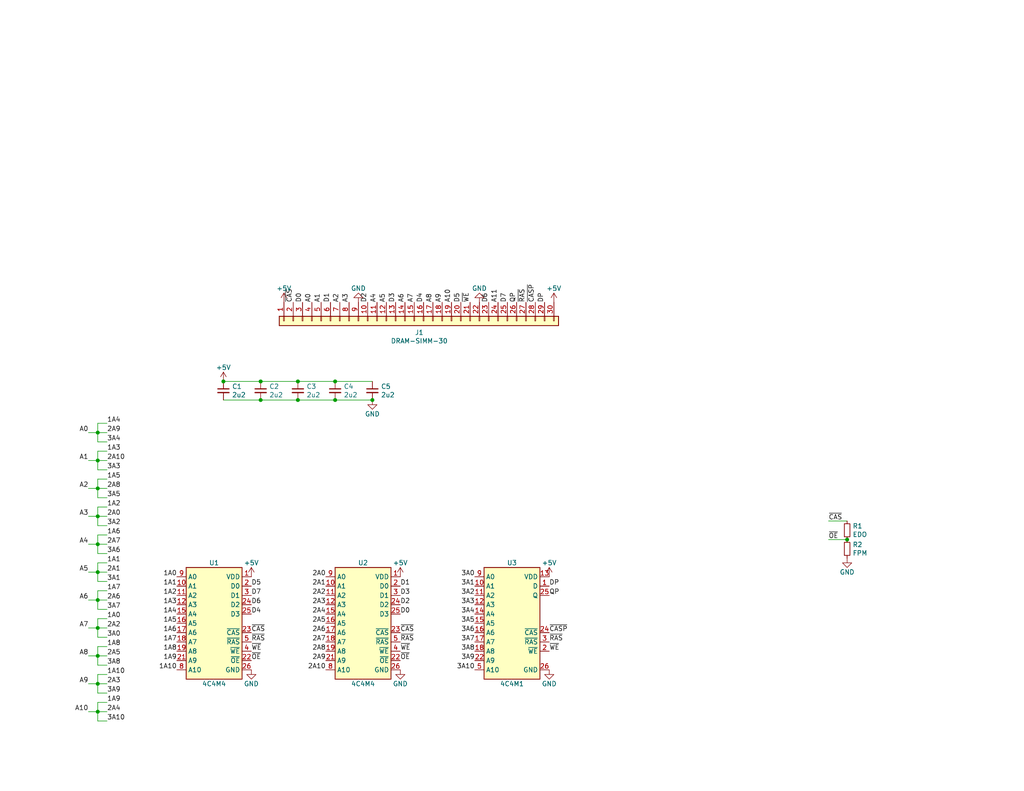
<source format=kicad_sch>
(kicad_sch (version 20211123) (generator eeschema)
  (paper "USLetter")
  (title_block (title "GW4191A") (date "2021-06-19") (rev "1.0") (company "Garrett's Workshop"))
  (lib_symbols
    (symbol "Connector_Generic:Conn_01x30" (pin_names (offset 1.016) hide)
      (property "Reference" "J" (at 0 38.1 0))
      (property "Value" "Conn_01x30" (at 0 -40.64 0))
      (symbol "Conn_01x30_1_1"
        (rectangle (start -1.27 -37.973) (end 0 -38.227) (stroke (width 0.1524)))
        (rectangle (start -1.27 -35.433) (end 0 -35.687) (stroke (width 0.1524)))
        (rectangle (start -1.27 -32.893) (end 0 -33.147) (stroke (width 0.1524)))
        (rectangle (start -1.27 -30.353) (end 0 -30.607) (stroke (width 0.1524)))
        (rectangle (start -1.27 -27.813) (end 0 -28.067) (stroke (width 0.1524)))
        (rectangle (start -1.27 -25.273) (end 0 -25.527) (stroke (width 0.1524)))
        (rectangle (start -1.27 -22.733) (end 0 -22.987) (stroke (width 0.1524)))
        (rectangle (start -1.27 -20.193) (end 0 -20.447) (stroke (width 0.1524)))
        (rectangle (start -1.27 -17.653) (end 0 -17.907) (stroke (width 0.1524)))
        (rectangle (start -1.27 -15.113) (end 0 -15.367) (stroke (width 0.1524)))
        (rectangle (start -1.27 -12.573) (end 0 -12.827) (stroke (width 0.1524)))
        (rectangle (start -1.27 -10.033) (end 0 -10.287) (stroke (width 0.1524)))
        (rectangle (start -1.27 -7.493) (end 0 -7.747) (stroke (width 0.1524)))
        (rectangle (start -1.27 -4.953) (end 0 -5.207) (stroke (width 0.1524)))
        (rectangle (start -1.27 -2.413) (end 0 -2.667) (stroke (width 0.1524)))
        (rectangle (start -1.27 0.127) (end 0 -0.127) (stroke (width 0.1524)))
        (rectangle (start -1.27 2.667) (end 0 2.413) (stroke (width 0.1524)))
        (rectangle (start -1.27 5.207) (end 0 4.953) (stroke (width 0.1524)))
        (rectangle (start -1.27 7.747) (end 0 7.493) (stroke (width 0.1524)))
        (rectangle (start -1.27 10.287) (end 0 10.033) (stroke (width 0.1524)))
        (rectangle (start -1.27 12.827) (end 0 12.573) (stroke (width 0.1524)))
        (rectangle (start -1.27 15.367) (end 0 15.113) (stroke (width 0.1524)))
        (rectangle (start -1.27 17.907) (end 0 17.653) (stroke (width 0.1524)))
        (rectangle (start -1.27 20.447) (end 0 20.193) (stroke (width 0.1524)))
        (rectangle (start -1.27 22.987) (end 0 22.733) (stroke (width 0.1524)))
        (rectangle (start -1.27 25.527) (end 0 25.273) (stroke (width 0.1524)))
        (rectangle (start -1.27 28.067) (end 0 27.813) (stroke (width 0.1524)))
        (rectangle (start -1.27 30.607) (end 0 30.353) (stroke (width 0.1524)))
        (rectangle (start -1.27 33.147) (end 0 32.893) (stroke (width 0.1524)))
        (rectangle (start -1.27 35.687) (end 0 35.433) (stroke (width 0.1524)))
        (rectangle (start -1.27 36.83) (end 1.27 -39.37) (stroke (width 0.254)) (fill (type background)))
        (pin passive line (at -5.08 35.56 0) (length 3.81) (name "Pin_1") (number "1"))
        (pin passive line (at -5.08 12.7 0) (length 3.81) (name "Pin_10") (number "10"))
        (pin passive line (at -5.08 10.16 0) (length 3.81) (name "Pin_11") (number "11"))
        (pin passive line (at -5.08 7.62 0) (length 3.81) (name "Pin_12") (number "12"))
        (pin passive line (at -5.08 5.08 0) (length 3.81) (name "Pin_13") (number "13"))
        (pin passive line (at -5.08 2.54 0) (length 3.81) (name "Pin_14") (number "14"))
        (pin passive line (at -5.08 0 0) (length 3.81) (name "Pin_15") (number "15"))
        (pin passive line (at -5.08 -2.54 0) (length 3.81) (name "Pin_16") (number "16"))
        (pin passive line (at -5.08 -5.08 0) (length 3.81) (name "Pin_17") (number "17"))
        (pin passive line (at -5.08 -7.62 0) (length 3.81) (name "Pin_18") (number "18"))
        (pin passive line (at -5.08 -10.16 0) (length 3.81) (name "Pin_19") (number "19"))
        (pin passive line (at -5.08 33.02 0) (length 3.81) (name "Pin_2") (number "2"))
        (pin passive line (at -5.08 -12.7 0) (length 3.81) (name "Pin_20") (number "20"))
        (pin passive line (at -5.08 -15.24 0) (length 3.81) (name "Pin_21") (number "21"))
        (pin passive line (at -5.08 -17.78 0) (length 3.81) (name "Pin_22") (number "22"))
        (pin passive line (at -5.08 -20.32 0) (length 3.81) (name "Pin_23") (number "23"))
        (pin passive line (at -5.08 -22.86 0) (length 3.81) (name "Pin_24") (number "24"))
        (pin passive line (at -5.08 -25.4 0) (length 3.81) (name "Pin_25") (number "25"))
        (pin passive line (at -5.08 -27.94 0) (length 3.81) (name "Pin_26") (number "26"))
        (pin passive line (at -5.08 -30.48 0) (length 3.81) (name "Pin_27") (number "27"))
        (pin passive line (at -5.08 -33.02 0) (length 3.81) (name "Pin_28") (number "28"))
        (pin passive line (at -5.08 -35.56 0) (length 3.81) (name "Pin_29") (number "29"))
        (pin passive line (at -5.08 30.48 0) (length 3.81) (name "Pin_3") (number "3"))
        (pin passive line (at -5.08 -38.1 0) (length 3.81) (name "Pin_30") (number "30"))
        (pin passive line (at -5.08 27.94 0) (length 3.81) (name "Pin_4") (number "4"))
        (pin passive line (at -5.08 25.4 0) (length 3.81) (name "Pin_5") (number "5"))
        (pin passive line (at -5.08 22.86 0) (length 3.81) (name "Pin_6") (number "6"))
        (pin passive line (at -5.08 20.32 0) (length 3.81) (name "Pin_7") (number "7"))
        (pin passive line (at -5.08 17.78 0) (length 3.81) (name "Pin_8") (number "8"))
        (pin passive line (at -5.08 15.24 0) (length 3.81) (name "Pin_9") (number "9"))
      )
    )
    (symbol "Device:C_Small" (pin_numbers hide) (pin_names (offset 0.254) hide)
      (property "Reference" "C" (at 0.254 1.778 0))
      (property "Value" "C_Small" (at 0.254 -2.032 0))
      (symbol "C_Small_0_1"
        (polyline (pts (xy -1.524 -0.508) (xy 1.524 -0.508)) (stroke (width 0.3302)))
        (polyline (pts (xy -1.524 0.508) (xy 1.524 0.508)) (stroke (width 0.3048)))
      )
      (symbol "C_Small_1_1"
        (pin passive line (at 0 2.54 270) (length 2.032) (name "~") (number "1"))
        (pin passive line (at 0 -2.54 90) (length 2.032) (name "~") (number "2"))
      )
    )
    (symbol "Device:R_Small" (pin_numbers hide) (pin_names (offset 0.254) hide)
      (property "Reference" "R" (at 0.762 0.508 0))
      (property "Value" "R_Small" (at 0.762 -1.016 0))
      (symbol "R_Small_0_1"
        (rectangle (start -0.762 1.778) (end 0.762 -1.778) (stroke (width 0.2032)))
      )
      (symbol "R_Small_1_1"
        (pin passive line (at 0 2.54 270) (length 0.762) (name "~") (number "1"))
        (pin passive line (at 0 -2.54 90) (length 0.762) (name "~") (number "2"))
      )
    )
    (symbol "GW_RAM:DRAM-4Mx1-SOP-20"
      (property "Reference" "U" (at 0 16.51 0))
      (property "Value" "DRAM-4Mx1-SOP-20" (at 0 0 90))
      (symbol "DRAM-4Mx1-SOP-20_0_1"
        (rectangle (start -7.62 15.24) (end 7.62 -15.24) (stroke (width 0.254)) (fill (type background)))
      )
      (symbol "DRAM-4Mx1-SOP-20_1_1"
        (pin input line (at 10.16 10.16 180) (length 2.54) (name "D") (number "1"))
        (pin input line (at -10.16 10.16 0) (length 2.54) (name "A1") (number "10"))
        (pin input line (at -10.16 7.62 0) (length 2.54) (name "A2") (number "11"))
        (pin input line (at -10.16 5.08 0) (length 2.54) (name "A3") (number "12"))
        (pin power_in line (at 10.16 12.7 180) (length 2.54) (name "VDD") (number "13"))
        (pin input line (at -10.16 2.54 0) (length 2.54) (name "A4") (number "14"))
        (pin input line (at -10.16 0 0) (length 2.54) (name "A5") (number "15"))
        (pin input line (at -10.16 -2.54 0) (length 2.54) (name "A6") (number "16"))
        (pin input line (at -10.16 -5.08 0) (length 2.54) (name "A7") (number "17"))
        (pin input line (at -10.16 -7.62 0) (length 2.54) (name "A8") (number "18"))
        (pin input line (at 10.16 -7.62 180) (length 2.54) (name "~{WE}") (number "2"))
        (pin input line (at -10.16 -10.16 0) (length 2.54) (name "A9") (number "22"))
        (pin no_connect line (at 10.16 0 180) (length 2.54) hide (name "NC") (number "23"))
        (pin input line (at 10.16 -2.54 180) (length 2.54) (name "~{CAS}") (number "24"))
        (pin tri_state line (at 10.16 7.62 180) (length 2.54) (name "Q") (number "25"))
        (pin power_in line (at 10.16 -12.7 180) (length 2.54) (name "GND") (number "26"))
        (pin input line (at 10.16 -5.08 180) (length 2.54) (name "~{RAS}") (number "3"))
        (pin no_connect line (at 10.16 1.27 180) (length 2.54) hide (name "NC") (number "4"))
        (pin input line (at -10.16 -12.7 0) (length 2.54) (name "A10") (number "5"))
        (pin input line (at -10.16 12.7 0) (length 2.54) (name "A0") (number "9"))
      )
    )
    (symbol "GW_RAM:DRAM-4Mx4-SOP-24"
      (property "Reference" "U" (at 0 16.51 0))
      (property "Value" "DRAM-4Mx4-SOP-24" (at 0 0 90))
      (symbol "DRAM-4Mx4-SOP-24_0_1"
        (rectangle (start -7.62 15.24) (end 7.62 -15.24) (stroke (width 0.254)) (fill (type background)))
      )
      (symbol "DRAM-4Mx4-SOP-24_1_1"
        (pin power_in line (at 10.16 12.7 180) (length 2.54) (name "VDD") (number "1"))
        (pin input line (at -10.16 10.16 0) (length 2.54) (name "A1") (number "10"))
        (pin input line (at -10.16 7.62 0) (length 2.54) (name "A2") (number "11"))
        (pin input line (at -10.16 5.08 0) (length 2.54) (name "A3") (number "12"))
        (pin power_in line (at 10.16 12.7 180) (length 2.54) hide (name "VDD") (number "13"))
        (pin power_in line (at 10.16 -12.7 180) (length 2.54) hide (name "GND") (number "14"))
        (pin input line (at -10.16 2.54 0) (length 2.54) (name "A4") (number "15"))
        (pin input line (at -10.16 0 0) (length 2.54) (name "A5") (number "16"))
        (pin input line (at -10.16 -2.54 0) (length 2.54) (name "A6") (number "17"))
        (pin input line (at -10.16 -5.08 0) (length 2.54) (name "A7") (number "18"))
        (pin input line (at -10.16 -7.62 0) (length 2.54) (name "A8") (number "19"))
        (pin bidirectional line (at 10.16 10.16 180) (length 2.54) (name "D0") (number "2"))
        (pin no_connect line (at 10.16 0 180) (length 2.54) hide (name "NC") (number "20"))
        (pin input line (at -10.16 -10.16 0) (length 2.54) (name "A9") (number "21"))
        (pin input line (at 10.16 -10.16 180) (length 2.54) (name "~{OE}") (number "22"))
        (pin input line (at 10.16 -2.54 180) (length 2.54) (name "~{CAS}") (number "23"))
        (pin bidirectional line (at 10.16 5.08 180) (length 2.54) (name "D2") (number "24"))
        (pin bidirectional line (at 10.16 2.54 180) (length 2.54) (name "D3") (number "25"))
        (pin power_in line (at 10.16 -12.7 180) (length 2.54) (name "GND") (number "26"))
        (pin bidirectional line (at 10.16 7.62 180) (length 2.54) (name "D1") (number "3"))
        (pin input line (at 10.16 -7.62 180) (length 2.54) (name "~{WE}") (number "4"))
        (pin input line (at 10.16 -5.08 180) (length 2.54) (name "~{RAS}") (number "5"))
        (pin no_connect line (at 10.16 0 180) (length 2.54) hide (name "NC") (number "7"))
        (pin input line (at -10.16 -12.7 0) (length 2.54) (name "A10") (number "8"))
        (pin input line (at -10.16 12.7 0) (length 2.54) (name "A0") (number "9"))
      )
    )
    (symbol "power:+5V" (power) (pin_names (offset 0))
      (property "Value" "+5V" (at 0 3.556 0))
      (symbol "+5V_0_1"
        (polyline (pts (xy -0.762 1.27) (xy 0 2.54)))
        (polyline (pts (xy 0 0) (xy 0 2.54)))
        (polyline (pts (xy 0 2.54) (xy 0.762 1.27)))
      )
      (symbol "+5V_1_1"
        (pin power_in line (at 0 0 90) (length 0) hide (name "+5V") (number "1"))
      )
    )
    (symbol "power:GND" (power) (pin_names (offset 0))
      (property "Value" "GND" (at 0 -3.81 0))
      (symbol "GND_0_1"
        (polyline (pts (xy 0 0) (xy 0 -1.27) (xy 1.27 -1.27) (xy 0 -2.54) (xy -1.27 -1.27) (xy 0 -1.27)))
      )
      (symbol "GND_1_1"
        (pin power_in line (at 0 0 270) (length 0) hide (name "GND") (number "1"))
      )
    )
  )
  (junction (at 71.12 109.22))
  (junction (at 26.67 156.21))
  (junction (at 26.67 133.35))
  (junction (at 26.67 171.45))
  (junction (at 60.96 104.14))
  (junction (at 26.67 125.73))
  (junction (at 81.28 109.22))
  (junction (at 81.28 104.14))
  (junction (at 26.67 186.69))
  (junction (at 26.67 179.07))
  (junction (at 101.6 109.22))
  (junction (at 71.12 104.14))
  (junction (at 91.44 109.22))
  (junction (at 26.67 163.83))
  (junction (at 26.67 194.31))
  (junction (at 91.44 104.14))
  (junction (at 231.14 147.32))
  (junction (at 26.67 148.59))
  (junction (at 26.67 140.97))
  (junction (at 26.67 118.11))
  (wire (pts (xy 101.6 104.14) (xy 91.44 104.14)))
  (wire (pts (xy 26.67 196.85) (xy 26.67 194.31)))
  (wire (pts (xy 26.67 158.75) (xy 29.21 158.75)))
  (wire (pts (xy 24.13 163.83) (xy 26.67 163.83)))
  (wire (pts (xy 26.67 130.81) (xy 26.67 133.35)))
  (wire (pts (xy 71.12 109.22) (xy 81.28 109.22)))
  (wire (pts (xy 24.13 186.69) (xy 26.67 186.69)))
  (wire (pts (xy 26.67 118.11) (xy 29.21 118.11)))
  (wire (pts (xy 226.06 142.24) (xy 231.14 142.24)))
  (wire (pts (xy 26.67 148.59) (xy 29.21 148.59)))
  (wire (pts (xy 26.67 196.85) (xy 29.21 196.85)))
  (wire (pts (xy 24.13 125.73) (xy 26.67 125.73)))
  (wire (pts (xy 26.67 181.61) (xy 26.67 179.07)))
  (wire (pts (xy 26.67 143.51) (xy 29.21 143.51)))
  (wire (pts (xy 26.67 194.31) (xy 29.21 194.31)))
  (wire (pts (xy 26.67 133.35) (xy 29.21 133.35)))
  (wire (pts (xy 24.13 118.11) (xy 26.67 118.11)))
  (wire (pts (xy 81.28 109.22) (xy 91.44 109.22)))
  (wire (pts (xy 91.44 104.14) (xy 81.28 104.14)))
  (wire (pts (xy 26.67 173.99) (xy 26.67 171.45)))
  (wire (pts (xy 24.13 148.59) (xy 26.67 148.59)))
  (wire (pts (xy 26.67 135.89) (xy 29.21 135.89)))
  (wire (pts (xy 24.13 140.97) (xy 26.67 140.97)))
  (wire (pts (xy 26.67 115.57) (xy 29.21 115.57)))
  (wire (pts (xy 26.67 138.43) (xy 29.21 138.43)))
  (wire (pts (xy 26.67 191.77) (xy 26.67 194.31)))
  (wire (pts (xy 26.67 184.15) (xy 29.21 184.15)))
  (wire (pts (xy 26.67 161.29) (xy 29.21 161.29)))
  (wire (pts (xy 26.67 161.29) (xy 26.67 163.83)))
  (wire (pts (xy 26.67 179.07) (xy 29.21 179.07)))
  (wire (pts (xy 26.67 176.53) (xy 29.21 176.53)))
  (wire (pts (xy 26.67 140.97) (xy 29.21 140.97)))
  (wire (pts (xy 26.67 151.13) (xy 26.67 148.59)))
  (wire (pts (xy 26.67 120.65) (xy 26.67 118.11)))
  (wire (pts (xy 26.67 151.13) (xy 29.21 151.13)))
  (wire (pts (xy 26.67 123.19) (xy 26.67 125.73)))
  (wire (pts (xy 26.67 173.99) (xy 29.21 173.99)))
  (wire (pts (xy 81.28 104.14) (xy 71.12 104.14)))
  (wire (pts (xy 26.67 184.15) (xy 26.67 186.69)))
  (wire (pts (xy 26.67 158.75) (xy 26.67 156.21)))
  (wire (pts (xy 24.13 133.35) (xy 26.67 133.35)))
  (wire (pts (xy 26.67 146.05) (xy 29.21 146.05)))
  (wire (pts (xy 26.67 189.23) (xy 29.21 189.23)))
  (wire (pts (xy 26.67 128.27) (xy 26.67 125.73)))
  (wire (pts (xy 24.13 171.45) (xy 26.67 171.45)))
  (wire (pts (xy 26.67 189.23) (xy 26.67 186.69)))
  (wire (pts (xy 26.67 146.05) (xy 26.67 148.59)))
  (wire (pts (xy 26.67 176.53) (xy 26.67 179.07)))
  (wire (pts (xy 91.44 109.22) (xy 101.6 109.22)))
  (wire (pts (xy 26.67 153.67) (xy 26.67 156.21)))
  (wire (pts (xy 26.67 143.51) (xy 26.67 140.97)))
  (wire (pts (xy 24.13 156.21) (xy 26.67 156.21)))
  (wire (pts (xy 26.67 186.69) (xy 29.21 186.69)))
  (wire (pts (xy 26.67 163.83) (xy 29.21 163.83)))
  (wire (pts (xy 26.67 191.77) (xy 29.21 191.77)))
  (wire (pts (xy 26.67 115.57) (xy 26.67 118.11)))
  (wire (pts (xy 26.67 156.21) (xy 29.21 156.21)))
  (wire (pts (xy 24.13 179.07) (xy 26.67 179.07)))
  (wire (pts (xy 26.67 138.43) (xy 26.67 140.97)))
  (wire (pts (xy 26.67 135.89) (xy 26.67 133.35)))
  (wire (pts (xy 26.67 166.37) (xy 26.67 163.83)))
  (wire (pts (xy 26.67 125.73) (xy 29.21 125.73)))
  (wire (pts (xy 26.67 130.81) (xy 29.21 130.81)))
  (wire (pts (xy 231.14 147.32) (xy 226.06 147.32)))
  (wire (pts (xy 26.67 166.37) (xy 29.21 166.37)))
  (wire (pts (xy 26.67 171.45) (xy 29.21 171.45)))
  (wire (pts (xy 26.67 168.91) (xy 29.21 168.91)))
  (wire (pts (xy 26.67 153.67) (xy 29.21 153.67)))
  (wire (pts (xy 60.96 104.14) (xy 71.12 104.14)))
  (wire (pts (xy 26.67 128.27) (xy 29.21 128.27)))
  (wire (pts (xy 24.13 194.31) (xy 26.67 194.31)))
  (wire (pts (xy 26.67 168.91) (xy 26.67 171.45)))
  (wire (pts (xy 71.12 109.22) (xy 60.96 109.22)))
  (wire (pts (xy 26.67 181.61) (xy 29.21 181.61)))
  (wire (pts (xy 26.67 120.65) (xy 29.21 120.65)))
  (wire (pts (xy 26.67 123.19) (xy 29.21 123.19)))
  (label "D3" (at 109.22 162.56 0))
  (label "3A2" (at 129.54 162.56 180))
  (label "1A1" (at 29.21 153.67 0))
  (label "A9" (at 24.13 186.69 180))
  (label "2A5" (at 88.9 170.18 180))
  (label "D7" (at 138.43 82.55 90))
  (label "A3" (at 95.25 82.55 90))
  (label "2A6" (at 88.9 172.72 180))
  (label "~{CAS}" (at 80.01 82.55 90))
  (label "2A2" (at 88.9 162.56 180))
  (label "~{WE}" (at 149.86 177.8 0))
  (label "1A9" (at 29.21 191.77 0))
  (label "A4" (at 102.87 82.55 90))
  (label "D0" (at 109.22 167.64 0))
  (label "A7" (at 24.13 171.45 180))
  (label "~{CASP}" (at 149.86 172.72 0))
  (label "~{OE}" (at 109.22 180.34 0))
  (label "~{RAS}" (at 149.86 175.26 0))
  (label "D5" (at 125.73 82.55 90))
  (label "3A6" (at 29.21 151.13 0))
  (label "A6" (at 110.49 82.55 90))
  (label "1A6" (at 48.26 172.72 180))
  (label "A10" (at 24.13 194.31 180))
  (label "A1" (at 24.13 125.73 180))
  (label "1A0" (at 29.21 168.91 0))
  (label "D1" (at 90.17 82.55 90))
  (label "D7" (at 68.58 162.56 0))
  (label "D5" (at 68.58 160.02 0))
  (label "A5" (at 105.41 82.55 90))
  (label "3A9" (at 29.21 189.23 0))
  (label "2A3" (at 88.9 165.1 180))
  (label "2A4" (at 88.9 167.64 180))
  (label "A0" (at 24.13 118.11 180))
  (label "~{CAS}" (at 68.58 172.72 0))
  (label "3A9" (at 129.54 180.34 180))
  (label "D4" (at 115.57 82.55 90))
  (label "2A8" (at 88.9 177.8 180))
  (label "3A5" (at 29.21 135.89 0))
  (label "A11" (at 135.89 82.55 90))
  (label "~{RAS}" (at 143.51 82.55 90))
  (label "3A6" (at 129.54 172.72 180))
  (label "2A10" (at 88.9 182.88 180))
  (label "3A2" (at 29.21 143.51 0))
  (label "A10" (at 123.19 82.55 90))
  (label "~{WE}" (at 128.27 82.55 90))
  (label "1A5" (at 29.21 130.81 0))
  (label "~{OE}" (at 68.58 180.34 0))
  (label "3A1" (at 129.54 160.02 180))
  (label "2A7" (at 88.9 175.26 180))
  (label "~{RAS}" (at 109.22 175.26 0))
  (label "~{OE}" (at 226.06 147.32 0))
  (label "2A2" (at 29.21 171.45 0))
  (label "1A10" (at 29.21 184.15 0))
  (label "DP" (at 149.86 160.02 0))
  (label "A3" (at 24.13 140.97 180))
  (label "2A6" (at 29.21 163.83 0))
  (label "2A3" (at 29.21 186.69 0))
  (label "2A0" (at 88.9 157.48 180))
  (label "A6" (at 24.13 163.83 180))
  (label "1A5" (at 48.26 170.18 180))
  (label "A2" (at 24.13 133.35 180))
  (label "3A10" (at 129.54 182.88 180))
  (label "3A7" (at 29.21 166.37 0))
  (label "1A10" (at 48.26 182.88 180))
  (label "A0" (at 85.09 82.55 90))
  (label "3A8" (at 129.54 177.8 180))
  (label "D6" (at 133.35 82.55 90))
  (label "2A10" (at 29.21 125.73 0))
  (label "1A7" (at 29.21 161.29 0))
  (label "A2" (at 92.71 82.55 90))
  (label "2A4" (at 29.21 194.31 0))
  (label "A5" (at 24.13 156.21 180))
  (label "D3" (at 107.95 82.55 90))
  (label "QP" (at 149.86 162.56 0))
  (label "D4" (at 68.58 167.64 0))
  (label "1A1" (at 48.26 160.02 180))
  (label "3A7" (at 129.54 175.26 180))
  (label "3A3" (at 29.21 128.27 0))
  (label "~{RAS}" (at 68.58 175.26 0))
  (label "A7" (at 113.03 82.55 90))
  (label "D1" (at 109.22 160.02 0))
  (label "DP" (at 148.59 82.55 90))
  (label "2A9" (at 88.9 180.34 180))
  (label "A9" (at 120.65 82.55 90))
  (label "1A2" (at 48.26 162.56 180))
  (label "1A0" (at 48.26 157.48 180))
  (label "1A9" (at 48.26 180.34 180))
  (label "2A1" (at 88.9 160.02 180))
  (label "1A7" (at 48.26 175.26 180))
  (label "2A9" (at 29.21 118.11 0))
  (label "3A0" (at 29.21 173.99 0))
  (label "3A5" (at 129.54 170.18 180))
  (label "3A10" (at 29.21 196.85 0))
  (label "~{CAS}" (at 226.06 142.24 0))
  (label "3A4" (at 29.21 120.65 0))
  (label "~{CASP}" (at 146.05 82.55 90))
  (label "3A8" (at 29.21 181.61 0))
  (label "QP" (at 140.97 82.55 90))
  (label "~{WE}" (at 68.58 177.8 0))
  (label "1A4" (at 29.21 115.57 0))
  (label "1A8" (at 29.21 176.53 0))
  (label "D2" (at 109.22 165.1 0))
  (label "A1" (at 87.63 82.55 90))
  (label "1A6" (at 29.21 146.05 0))
  (label "3A3" (at 129.54 165.1 180))
  (label "2A1" (at 29.21 156.21 0))
  (label "1A8" (at 48.26 177.8 180))
  (label "~{WE}" (at 109.22 177.8 0))
  (label "D2" (at 100.33 82.55 90))
  (label "1A3" (at 48.26 165.1 180))
  (label "A8" (at 118.11 82.55 90))
  (label "3A4" (at 129.54 167.64 180))
  (label "D6" (at 68.58 165.1 0))
  (label "2A5" (at 29.21 179.07 0))
  (label "3A1" (at 29.21 158.75 0))
  (label "2A7" (at 29.21 148.59 0))
  (label "A8" (at 24.13 179.07 180))
  (label "A4" (at 24.13 148.59 180))
  (label "2A0" (at 29.21 140.97 0))
  (label "3A0" (at 129.54 157.48 180))
  (label "~{CAS}" (at 109.22 172.72 0))
  (label "1A2" (at 29.21 138.43 0))
  (label "2A8" (at 29.21 133.35 0))
  (label "1A4" (at 48.26 167.64 180))
  (label "D0" (at 82.55 82.55 90))
  (label "1A3" (at 29.21 123.19 0))
  (symbol (lib_id "Connector_Generic:Conn_01x30") (at 113.03 87.63 90) (mirror x) (unit 1)
    (property "Reference" "J1" (at 114.4016 90.7796 90))
    (property "Value" "DRAM-SIMM-30" (at 114.4016 93.091 90))
    (property "Footprint" "stdpads:SIMM-30_Edge" (effects hide))
  )
  (symbol (lib_id "power:+5V") (at 151.13 82.55 0) (unit 1)
    (property "Reference" "#PWR0101" (effects hide))
    (property "Value" "+5V" (at 151.13 78.74 0))
  )
  (symbol (lib_id "power:+5V") (at 77.47 82.55 0) (unit 1)
    (property "Reference" "#PWR0102" (effects hide))
    (property "Value" "+5V" (at 77.47 78.74 0))
  )
  (symbol (lib_id "power:GND") (at 130.81 82.55 180) (unit 1)
    (property "Reference" "#PWR0103" (effects hide))
    (property "Value" "GND" (at 130.81 78.74 0))
  )
  (symbol (lib_id "power:GND") (at 97.79 82.55 180) (unit 1)
    (property "Reference" "#PWR0104" (effects hide))
    (property "Value" "GND" (at 97.79 78.74 0))
  )
  (symbol (lib_id "Device:C_Small") (at 60.96 106.68 0) (unit 1)
    (property "Reference" "C1" (at 63.2968 105.5116 0) (effects (justify left)))
    (property "Value" "2u2" (at 63.2968 107.823 0) (effects (justify left)))
    (property "Footprint" "stdpads:C_0805" (effects hide))
  )
  (symbol (lib_id "Device:C_Small") (at 71.12 106.68 0) (unit 1)
    (property "Reference" "C2" (at 73.4568 105.5116 0) (effects (justify left)))
    (property "Value" "2u2" (at 73.4568 107.823 0) (effects (justify left)))
    (property "Footprint" "stdpads:C_0805" (effects hide))
  )
  (symbol (lib_id "power:+5V") (at 60.96 104.14 0) (unit 1)
    (property "Reference" "#PWR0113" (effects hide))
    (property "Value" "+5V" (at 60.96 100.33 0))
  )
  (symbol (lib_id "Device:C_Small") (at 81.28 106.68 0) (unit 1)
    (property "Reference" "C3" (at 83.6168 105.5116 0) (effects (justify left)))
    (property "Value" "2u2" (at 83.6168 107.823 0) (effects (justify left)))
    (property "Footprint" "stdpads:C_0805" (effects hide))
  )
  (symbol (lib_id "Device:C_Small") (at 91.44 106.68 0) (unit 1)
    (property "Reference" "C4" (at 93.7768 105.5116 0) (effects (justify left)))
    (property "Value" "2u2" (at 93.7768 107.823 0) (effects (justify left)))
    (property "Footprint" "stdpads:C_0805" (effects hide))
  )
  (symbol (lib_id "GW_RAM:DRAM-4Mx4-SOP-24") (at 58.42 170.18 0) (unit 1)
    (property "Reference" "U1" (at 58.42 153.67 0))
    (property "Value" "4C4M4" (at 58.42 186.69 0))
    (property "Footprint" "stdpads:SOJ-24-26_300mil" (effects hide))
    (property "Datasheet" "https://www.alliancememory.com/wp-content/uploads/pdf/AS6C8008.pdf" (effects hide))
  )
  (symbol (lib_id "power:GND") (at 68.58 182.88 0) (unit 1)
    (property "Reference" "#PWR0105" (effects hide))
    (property "Value" "GND" (at 68.58 186.69 0))
  )
  (symbol (lib_id "power:+5V") (at 68.58 157.48 0) (unit 1)
    (property "Reference" "#PWR0106" (effects hide))
    (property "Value" "+5V" (at 68.58 153.67 0))
  )
  (symbol (lib_id "GW_RAM:DRAM-4Mx4-SOP-24") (at 99.06 170.18 0) (unit 1)
    (property "Reference" "U2" (at 99.06 153.67 0))
    (property "Value" "4C4M4" (at 99.06 186.69 0))
    (property "Footprint" "stdpads:SOJ-24-26_300mil" (effects hide))
    (property "Datasheet" "https://www.alliancememory.com/wp-content/uploads/pdf/AS6C8008.pdf" (effects hide))
  )
  (symbol (lib_id "power:GND") (at 109.22 182.88 0) (unit 1)
    (property "Reference" "#PWR0108" (effects hide))
    (property "Value" "GND" (at 109.22 186.69 0))
  )
  (symbol (lib_id "power:+5V") (at 109.22 157.48 0) (unit 1)
    (property "Reference" "#PWR0109" (effects hide))
    (property "Value" "+5V" (at 109.22 153.67 0))
  )
  (symbol (lib_id "power:GND") (at 101.6 109.22 0) (unit 1)
    (property "Reference" "#PWR0110" (effects hide))
    (property "Value" "GND" (at 101.6 113.03 0))
  )
  (symbol (lib_id "Device:C_Small") (at 101.6 106.68 0) (unit 1)
    (property "Reference" "C5" (at 103.9368 105.5116 0) (effects (justify left)))
    (property "Value" "2u2" (at 103.9368 107.823 0) (effects (justify left)))
    (property "Footprint" "stdpads:C_0805" (effects hide))
  )
  (symbol (lib_id "power:GND") (at 149.86 182.88 0) (unit 1)
    (property "Reference" "#PWR0107" (effects hide))
    (property "Value" "GND" (at 149.86 186.69 0))
  )
  (symbol (lib_id "power:+5V") (at 149.86 157.48 0) (unit 1)
    (property "Reference" "#PWR0111" (effects hide))
    (property "Value" "+5V" (at 149.86 153.67 0))
  )
  (symbol (lib_id "GW_RAM:DRAM-4Mx1-SOP-20") (at 139.7 170.18 0) (unit 1)
    (property "Reference" "U3" (at 139.7 153.67 0))
    (property "Value" "4C4M1" (at 139.7 186.69 0))
    (property "Footprint" "stdpads:SOJ-20-26_300mil" (effects hide))
  )
  (symbol (lib_id "Device:R_Small") (at 231.14 149.86 0) (unit 1)
    (property "Reference" "R2" (at 232.6386 148.6916 0) (effects (justify left)))
    (property "Value" "FPM" (at 232.6386 151.003 0) (effects (justify left)))
    (property "Footprint" "stdpads:R_0805" (effects hide))
  )
  (symbol (lib_id "Device:R_Small") (at 231.14 144.78 0) (unit 1)
    (property "Reference" "R1" (at 232.6386 143.6116 0) (effects (justify left)))
    (property "Value" "EDO" (at 232.6386 145.923 0) (effects (justify left)))
    (property "Footprint" "stdpads:R_0805" (effects hide))
  )
  (symbol (lib_id "power:GND") (at 231.14 152.4 0) (unit 1)
    (property "Reference" "#PWR0115" (effects hide))
    (property "Value" "GND" (at 231.14 156.21 0))
  )
)
</source>
